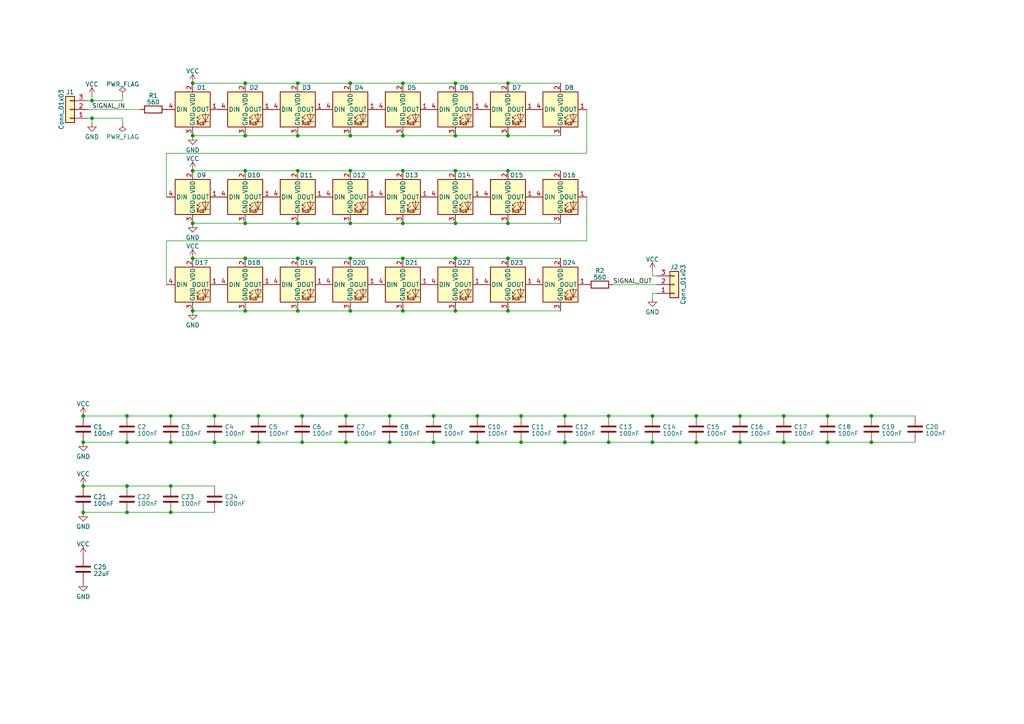
<source format=kicad_sch>
(kicad_sch (version 20230121) (generator eeschema)
  (paper "A4")
  (lib_symbols
    (symbol "Connector_Generic:Conn_01x03" (pin_names (offset 1.016) hide)
      (property "Reference" "J" (at 0 5.08 0))
      (property "Value" "Conn_01x03" (at 0 -5.08 0))
      (symbol "Conn_01x03_1_1"
        (rectangle (start -1.27 -2.413) (end 0 -2.667) (stroke (width 0.1524)))
        (rectangle (start -1.27 0.127) (end 0 -0.127) (stroke (width 0.1524)))
        (rectangle (start -1.27 2.667) (end 0 2.413) (stroke (width 0.1524)))
        (rectangle (start -1.27 3.81) (end 1.27 -3.81) (stroke (width 0.254)) (fill (type background)))
        (pin passive line (at -5.08 2.54 0) (length 3.81) (name "Pin_1") (number "1"))
        (pin passive line (at -5.08 0 0) (length 3.81) (name "Pin_2") (number "2"))
        (pin passive line (at -5.08 -2.54 0) (length 3.81) (name "Pin_3") (number "3"))
      )
    )
    (symbol "Device:C" (pin_numbers hide) (pin_names (offset 0.254))
      (property "Reference" "C" (at 0.635 2.54 0))
      (property "Value" "C" (at 0.635 -2.54 0))
      (symbol "C_0_1"
        (polyline (pts (xy -2.032 -0.762) (xy 2.032 -0.762)) (stroke (width 0.508)))
        (polyline (pts (xy -2.032 0.762) (xy 2.032 0.762)) (stroke (width 0.508)))
      )
      (symbol "C_1_1"
        (pin passive line (at 0 3.81 270) (length 2.794) (name "~") (number "1"))
        (pin passive line (at 0 -3.81 90) (length 2.794) (name "~") (number "2"))
      )
    )
    (symbol "Device:R" (pin_numbers hide) (pin_names (offset 0))
      (property "Reference" "R" (at 2.032 0 90))
      (property "Value" "R" (at 0 0 90))
      (symbol "R_0_1"
        (rectangle (start -1.016 -2.54) (end 1.016 2.54) (stroke (width 0.254)))
      )
      (symbol "R_1_1"
        (pin passive line (at 0 3.81 270) (length 1.27) (name "~") (number "1"))
        (pin passive line (at 0 -3.81 90) (length 1.27) (name "~") (number "2"))
      )
    )
    (symbol "Homebrew:XINGLIGHT-XL-1010RGBC-WS2812B" (pin_names (offset 0.254))
      (property "Reference" "D" (at 5.08 5.715 0))
      (property "Value" "XL-1010RGBC-WS2812B" (at 1.27 -5.715 0))
      (property "LCSC" "C5349953" (at 0 0 0))
      (symbol "XINGLIGHT-XL-1010RGBC-WS2812B_0_0"
        (text "RGB" (at 2.286 -4.191 0) (effects (font (size 0.762 0.762))))
      )
      (symbol "XINGLIGHT-XL-1010RGBC-WS2812B_0_1"
        (polyline (pts (xy 1.27 -3.556) (xy 1.778 -3.556)))
        (polyline (pts (xy 1.27 -2.54) (xy 1.778 -2.54)))
        (polyline (pts (xy 4.699 -3.556) (xy 2.667 -3.556)))
        (polyline (pts (xy 2.286 -2.54) (xy 1.27 -3.556) (xy 1.27 -3.048)))
        (polyline (pts (xy 2.286 -1.524) (xy 1.27 -2.54) (xy 1.27 -2.032)))
        (polyline (pts (xy 3.683 -1.016) (xy 3.683 -3.556) (xy 3.683 -4.064)))
        (polyline (pts (xy 4.699 -1.524) (xy 2.667 -1.524) (xy 3.683 -3.556) (xy 4.699 -1.524)))
        (rectangle (start 5.08 5.08) (end -5.08 -5.08) (stroke (width 0.254)) (fill (type background)))
      )
      (symbol "XINGLIGHT-XL-1010RGBC-WS2812B_1_1"
        (pin output line (at 7.62 0 180) (length 2.54) (name "DOUT") (number "1"))
        (pin power_in line (at 0 7.62 270) (length 2.54) (name "VDD") (number "2"))
        (pin power_in line (at 0 -7.62 90) (length 2.54) (name "GND") (number "3"))
        (pin input line (at -7.62 0 0) (length 2.54) (name "DIN") (number "4"))
      )
    )
    (symbol "power:GND" (power) (pin_names (offset 0))
      (property "Value" "GND" (at 0 -3.81 0))
      (symbol "GND_0_1"
        (polyline (pts (xy 0 0) (xy 0 -1.27) (xy 1.27 -1.27) (xy 0 -2.54) (xy -1.27 -1.27) (xy 0 -1.27)))
      )
      (symbol "GND_1_1"
        (pin power_in line (at 0 0 270) (length 0) hide (name "GND") (number "1"))
      )
    )
    (symbol "power:PWR_FLAG" (power) (pin_numbers hide) (pin_names (offset 0) hide)
      (property "Value" "PWR_FLAG" (at 0 3.81 0))
      (symbol "PWR_FLAG_0_0"
        (pin power_out line (at 0 0 90) (length 0) (name "pwr") (number "1"))
      )
      (symbol "PWR_FLAG_0_1"
        (polyline (pts (xy 0 0) (xy 0 1.27) (xy -1.016 1.905) (xy 0 2.54) (xy 1.016 1.905) (xy 0 1.27)))
      )
    )
    (symbol "power:VCC" (power) (pin_names (offset 0))
      (property "Value" "VCC" (at 0 3.81 0))
      (symbol "VCC_0_1"
        (polyline (pts (xy -0.762 1.27) (xy 0 2.54)))
        (polyline (pts (xy 0 0) (xy 0 2.54)))
        (polyline (pts (xy 0 2.54) (xy 0.762 1.27)))
      )
      (symbol "VCC_1_1"
        (pin power_in line (at 0 0 90) (length 0) hide (name "VCC") (number "1"))
      )
    )
  )
  (junction (at 87.63 128.27))
  (junction (at 201.93 128.27))
  (junction (at 24.13 148.59))
  (junction (at 189.23 128.27))
  (junction (at 86.36 49.53))
  (junction (at 240.03 120.65))
  (junction (at 116.84 24.13))
  (junction (at 163.83 120.65))
  (junction (at 49.53 140.97))
  (junction (at 24.13 140.97))
  (junction (at 36.83 128.27))
  (junction (at 116.84 49.53))
  (junction (at 147.32 39.37))
  (junction (at 49.53 148.59))
  (junction (at 24.13 128.27))
  (junction (at 116.84 39.37))
  (junction (at 101.6 64.77))
  (junction (at 71.12 39.37))
  (junction (at 252.73 120.65))
  (junction (at 138.43 120.65))
  (junction (at 101.6 39.37))
  (junction (at 201.93 120.65))
  (junction (at 214.63 120.65))
  (junction (at 163.83 128.27))
  (junction (at 74.93 120.65))
  (junction (at 86.36 90.17))
  (junction (at 55.88 74.93))
  (junction (at 147.32 90.17))
  (junction (at 24.13 120.65))
  (junction (at 176.53 128.27))
  (junction (at 36.83 120.65))
  (junction (at 74.93 128.27))
  (junction (at 55.88 49.53))
  (junction (at 132.08 49.53))
  (junction (at 151.13 128.27))
  (junction (at 113.03 120.65))
  (junction (at 86.36 64.77))
  (junction (at 151.13 120.65))
  (junction (at 132.08 74.93))
  (junction (at 227.33 120.65))
  (junction (at 87.63 120.65))
  (junction (at 101.6 24.13))
  (junction (at 138.43 128.27))
  (junction (at 26.67 34.29))
  (junction (at 147.32 64.77))
  (junction (at 101.6 90.17))
  (junction (at 100.33 120.65))
  (junction (at 189.23 120.65))
  (junction (at 55.88 64.77))
  (junction (at 71.12 64.77))
  (junction (at 125.73 128.27))
  (junction (at 86.36 39.37))
  (junction (at 132.08 24.13))
  (junction (at 55.88 39.37))
  (junction (at 71.12 74.93))
  (junction (at 116.84 74.93))
  (junction (at 62.23 128.27))
  (junction (at 132.08 90.17))
  (junction (at 49.53 128.27))
  (junction (at 147.32 49.53))
  (junction (at 125.73 120.65))
  (junction (at 101.6 74.93))
  (junction (at 100.33 128.27))
  (junction (at 86.36 24.13))
  (junction (at 176.53 120.65))
  (junction (at 71.12 49.53))
  (junction (at 26.67 29.21))
  (junction (at 55.88 24.13))
  (junction (at 71.12 90.17))
  (junction (at 147.32 74.93))
  (junction (at 132.08 64.77))
  (junction (at 113.03 128.27))
  (junction (at 101.6 49.53))
  (junction (at 36.83 148.59))
  (junction (at 240.03 128.27))
  (junction (at 86.36 74.93))
  (junction (at 49.53 120.65))
  (junction (at 55.88 90.17))
  (junction (at 71.12 24.13))
  (junction (at 252.73 128.27))
  (junction (at 147.32 24.13))
  (junction (at 116.84 64.77))
  (junction (at 132.08 39.37))
  (junction (at 214.63 128.27))
  (junction (at 227.33 128.27))
  (junction (at 36.83 140.97))
  (junction (at 116.84 90.17))
  (junction (at 62.23 120.65))
  (wire (pts (xy 170.18 44.45) (xy 48.26 44.45)))
  (wire (pts (xy 26.67 34.29) (xy 25.4 34.29)))
  (wire (pts (xy 71.12 24.13) (xy 86.36 24.13)))
  (wire (pts (xy 132.08 39.37) (xy 147.32 39.37)))
  (wire (pts (xy 87.63 120.65) (xy 100.33 120.65)))
  (wire (pts (xy 101.6 24.13) (xy 116.84 24.13)))
  (wire (pts (xy 240.03 120.65) (xy 252.73 120.65)))
  (wire (pts (xy 116.84 90.17) (xy 132.08 90.17)))
  (wire (pts (xy 26.67 29.21) (xy 26.67 27.94)))
  (wire (pts (xy 151.13 120.65) (xy 163.83 120.65)))
  (wire (pts (xy 147.32 74.93) (xy 162.56 74.93)))
  (wire (pts (xy 227.33 128.27) (xy 240.03 128.27)))
  (wire (pts (xy 26.67 35.56) (xy 26.67 34.29)))
  (wire (pts (xy 55.88 39.37) (xy 71.12 39.37)))
  (wire (pts (xy 86.36 74.93) (xy 101.6 74.93)))
  (wire (pts (xy 176.53 128.27) (xy 189.23 128.27)))
  (wire (pts (xy 101.6 74.93) (xy 116.84 74.93)))
  (wire (pts (xy 138.43 128.27) (xy 151.13 128.27)))
  (wire (pts (xy 227.33 120.65) (xy 240.03 120.65)))
  (wire (pts (xy 55.88 74.93) (xy 71.12 74.93)))
  (wire (pts (xy 170.18 57.15) (xy 170.18 69.85)))
  (wire (pts (xy 138.43 120.65) (xy 151.13 120.65)))
  (wire (pts (xy 240.03 128.27) (xy 252.73 128.27)))
  (wire (pts (xy 36.83 120.65) (xy 49.53 120.65)))
  (wire (pts (xy 48.26 44.45) (xy 48.26 57.15)))
  (wire (pts (xy 36.83 148.59) (xy 49.53 148.59)))
  (wire (pts (xy 116.84 64.77) (xy 132.08 64.77)))
  (wire (pts (xy 55.88 49.53) (xy 71.12 49.53)))
  (wire (pts (xy 116.84 49.53) (xy 132.08 49.53)))
  (wire (pts (xy 116.84 24.13) (xy 132.08 24.13)))
  (wire (pts (xy 71.12 49.53) (xy 86.36 49.53)))
  (wire (pts (xy 151.13 128.27) (xy 163.83 128.27)))
  (wire (pts (xy 71.12 64.77) (xy 86.36 64.77)))
  (wire (pts (xy 36.83 140.97) (xy 49.53 140.97)))
  (wire (pts (xy 24.13 128.27) (xy 36.83 128.27)))
  (wire (pts (xy 62.23 128.27) (xy 74.93 128.27)))
  (wire (pts (xy 163.83 128.27) (xy 176.53 128.27)))
  (wire (pts (xy 49.53 148.59) (xy 62.23 148.59)))
  (wire (pts (xy 189.23 85.09) (xy 189.23 86.36)))
  (wire (pts (xy 71.12 90.17) (xy 86.36 90.17)))
  (wire (pts (xy 170.18 31.75) (xy 170.18 44.45)))
  (wire (pts (xy 132.08 64.77) (xy 147.32 64.77)))
  (wire (pts (xy 116.84 39.37) (xy 132.08 39.37)))
  (wire (pts (xy 113.03 120.65) (xy 125.73 120.65)))
  (wire (pts (xy 25.4 31.75) (xy 40.64 31.75)))
  (wire (pts (xy 101.6 49.53) (xy 116.84 49.53)))
  (wire (pts (xy 132.08 90.17) (xy 147.32 90.17)))
  (wire (pts (xy 49.53 120.65) (xy 62.23 120.65)))
  (wire (pts (xy 214.63 120.65) (xy 227.33 120.65)))
  (wire (pts (xy 189.23 128.27) (xy 201.93 128.27)))
  (wire (pts (xy 49.53 140.97) (xy 62.23 140.97)))
  (wire (pts (xy 86.36 39.37) (xy 101.6 39.37)))
  (wire (pts (xy 55.88 90.17) (xy 71.12 90.17)))
  (wire (pts (xy 189.23 80.01) (xy 190.5 80.01)))
  (wire (pts (xy 87.63 128.27) (xy 100.33 128.27)))
  (wire (pts (xy 62.23 120.65) (xy 74.93 120.65)))
  (wire (pts (xy 132.08 49.53) (xy 147.32 49.53)))
  (wire (pts (xy 147.32 49.53) (xy 162.56 49.53)))
  (wire (pts (xy 48.26 69.85) (xy 48.26 82.55)))
  (wire (pts (xy 189.23 78.74) (xy 189.23 80.01)))
  (wire (pts (xy 163.83 120.65) (xy 176.53 120.65)))
  (wire (pts (xy 100.33 128.27) (xy 113.03 128.27)))
  (wire (pts (xy 25.4 29.21) (xy 26.67 29.21)))
  (wire (pts (xy 177.8 82.55) (xy 190.5 82.55)))
  (wire (pts (xy 101.6 39.37) (xy 116.84 39.37)))
  (wire (pts (xy 24.13 140.97) (xy 36.83 140.97)))
  (wire (pts (xy 74.93 128.27) (xy 87.63 128.27)))
  (wire (pts (xy 201.93 120.65) (xy 214.63 120.65)))
  (wire (pts (xy 74.93 120.65) (xy 87.63 120.65)))
  (wire (pts (xy 55.88 64.77) (xy 71.12 64.77)))
  (wire (pts (xy 55.88 24.13) (xy 71.12 24.13)))
  (wire (pts (xy 125.73 128.27) (xy 138.43 128.27)))
  (wire (pts (xy 125.73 120.65) (xy 138.43 120.65)))
  (wire (pts (xy 100.33 120.65) (xy 113.03 120.65)))
  (wire (pts (xy 36.83 128.27) (xy 49.53 128.27)))
  (wire (pts (xy 132.08 74.93) (xy 147.32 74.93)))
  (wire (pts (xy 24.13 120.65) (xy 36.83 120.65)))
  (wire (pts (xy 86.36 49.53) (xy 101.6 49.53)))
  (wire (pts (xy 147.32 39.37) (xy 162.56 39.37)))
  (wire (pts (xy 170.18 69.85) (xy 48.26 69.85)))
  (wire (pts (xy 86.36 24.13) (xy 101.6 24.13)))
  (wire (pts (xy 35.56 34.29) (xy 26.67 34.29)))
  (wire (pts (xy 214.63 128.27) (xy 227.33 128.27)))
  (wire (pts (xy 189.23 120.65) (xy 201.93 120.65)))
  (wire (pts (xy 24.13 148.59) (xy 36.83 148.59)))
  (wire (pts (xy 147.32 64.77) (xy 162.56 64.77)))
  (wire (pts (xy 116.84 74.93) (xy 132.08 74.93)))
  (wire (pts (xy 190.5 85.09) (xy 189.23 85.09)))
  (wire (pts (xy 147.32 24.13) (xy 162.56 24.13)))
  (wire (pts (xy 252.73 120.65) (xy 265.43 120.65)))
  (wire (pts (xy 252.73 128.27) (xy 265.43 128.27)))
  (wire (pts (xy 132.08 24.13) (xy 147.32 24.13)))
  (wire (pts (xy 35.56 35.56) (xy 35.56 34.29)))
  (wire (pts (xy 49.53 128.27) (xy 62.23 128.27)))
  (wire (pts (xy 113.03 128.27) (xy 125.73 128.27)))
  (wire (pts (xy 86.36 90.17) (xy 101.6 90.17)))
  (wire (pts (xy 26.67 29.21) (xy 35.56 29.21)))
  (wire (pts (xy 71.12 74.93) (xy 86.36 74.93)))
  (wire (pts (xy 35.56 29.21) (xy 35.56 27.94)))
  (wire (pts (xy 101.6 64.77) (xy 116.84 64.77)))
  (wire (pts (xy 71.12 39.37) (xy 86.36 39.37)))
  (wire (pts (xy 101.6 90.17) (xy 116.84 90.17)))
  (wire (pts (xy 176.53 120.65) (xy 189.23 120.65)))
  (wire (pts (xy 86.36 64.77) (xy 101.6 64.77)))
  (wire (pts (xy 147.32 90.17) (xy 162.56 90.17)))
  (wire (pts (xy 201.93 128.27) (xy 214.63 128.27)))
  (label "SIGNAL_IN" (at 26.67 31.75 0))
  (label "SIGNAL_OUT" (at 177.8 82.55 0))
  (symbol (lib_id "Homebrew:XINGLIGHT-XL-1010RGBC-WS2812B") (at 116.84 82.55 0) (unit 1)
    (property "Reference" "D21" (at 119.38 76.2 0))
    (property "Value" "XL-1010RGBC-WS2812B" (effects hide))
    (property "Footprint" "Homebrew:XINGLIGHT-XL-1010RGBC-WS2812B" (effects hide))
    (property "Datasheet" "https://datasheet.lcsc.com/lcsc/2301111010_XINGLIGHT-XL-1010RGBC-WS2812B_C5349953.pdf" (effects hide))
    (property "LCSC" "C5349953" (effects hide))
  )
  (symbol (lib_id "Device:C") (at 49.53 124.46 0) (unit 1)
    (property "Reference" "C3" (at 52.451 123.8163 0) (effects (justify left)))
    (property "Value" "100nF" (at 52.451 125.7373 0) (effects (justify left)))
    (property "Footprint" "Capacitor_SMD:C_0402_1005Metric" (effects hide))
    (property "LCSC" "C307331" (effects hide))
  )
  (symbol (lib_id "Homebrew:XINGLIGHT-XL-1010RGBC-WS2812B") (at 101.6 31.75 0) (unit 1)
    (property "Reference" "D4" (at 104.14 25.4 0))
    (property "Value" "XL-1010RGBC-WS2812B" (effects hide))
    (property "Footprint" "Homebrew:XINGLIGHT-XL-1010RGBC-WS2812B" (effects hide))
    (property "Datasheet" "https://datasheet.lcsc.com/lcsc/2301111010_XINGLIGHT-XL-1010RGBC-WS2812B_C5349953.pdf" (effects hide))
    (property "LCSC" "C5349953" (effects hide))
  )
  (symbol (lib_id "Device:R") (at 173.99 82.55 90) (unit 1)
    (property "Reference" "R2" (at 173.99 78.5241 90))
    (property "Value" "560" (at 173.99 80.4451 90))
    (property "Footprint" "Resistor_SMD:R_0603_1608Metric_Pad0.98x0.95mm_HandSolder" (effects hide))
    (property "LCSC" "C23204" (effects hide))
  )
  (symbol (lib_id "power:VCC") (at 24.13 120.65 0) (unit 1)
    (property "Reference" "#PWR011" (effects hide))
    (property "Value" "VCC" (at 24.13 117.1481 0))
  )
  (symbol (lib_id "Homebrew:XINGLIGHT-XL-1010RGBC-WS2812B") (at 71.12 57.15 0) (unit 1)
    (property "Reference" "D10" (at 73.66 50.8 0))
    (property "Value" "XL-1010RGBC-WS2812B" (effects hide))
    (property "Footprint" "Homebrew:XINGLIGHT-XL-1010RGBC-WS2812B" (effects hide))
    (property "Datasheet" "https://datasheet.lcsc.com/lcsc/2301111010_XINGLIGHT-XL-1010RGBC-WS2812B_C5349953.pdf" (effects hide))
    (property "LCSC" "C5349953" (effects hide))
  )
  (symbol (lib_id "power:GND") (at 55.88 64.77 0) (unit 1)
    (property "Reference" "#PWR08" (effects hide))
    (property "Value" "GND" (at 55.88 68.9055 0))
  )
  (symbol (lib_id "power:GND") (at 55.88 90.17 0) (unit 1)
    (property "Reference" "#PWR010" (effects hide))
    (property "Value" "GND" (at 55.88 94.3055 0))
  )
  (symbol (lib_id "power:GND") (at 55.88 39.37 0) (unit 1)
    (property "Reference" "#PWR06" (effects hide))
    (property "Value" "GND" (at 55.88 43.5055 0))
  )
  (symbol (lib_id "Homebrew:XINGLIGHT-XL-1010RGBC-WS2812B") (at 132.08 57.15 0) (unit 1)
    (property "Reference" "D14" (at 134.62 50.8 0))
    (property "Value" "XL-1010RGBC-WS2812B" (effects hide))
    (property "Footprint" "Homebrew:XINGLIGHT-XL-1010RGBC-WS2812B" (effects hide))
    (property "Datasheet" "https://datasheet.lcsc.com/lcsc/2301111010_XINGLIGHT-XL-1010RGBC-WS2812B_C5349953.pdf" (effects hide))
    (property "LCSC" "C5349953" (effects hide))
  )
  (symbol (lib_id "Device:C") (at 227.33 124.46 0) (unit 1)
    (property "Reference" "C17" (at 230.251 123.8163 0) (effects (justify left)))
    (property "Value" "100nF" (at 230.251 125.7373 0) (effects (justify left)))
    (property "Footprint" "Capacitor_SMD:C_0402_1005Metric" (effects hide))
    (property "LCSC" "C307331" (effects hide))
  )
  (symbol (lib_id "power:VCC") (at 189.23 78.74 0) (unit 1)
    (property "Reference" "#PWR03" (effects hide))
    (property "Value" "VCC" (at 189.23 75.2381 0))
  )
  (symbol (lib_id "power:GND") (at 24.13 128.27 0) (unit 1)
    (property "Reference" "#PWR012" (effects hide))
    (property "Value" "GND" (at 24.13 132.4055 0))
  )
  (symbol (lib_id "Homebrew:XINGLIGHT-XL-1010RGBC-WS2812B") (at 147.32 57.15 0) (unit 1)
    (property "Reference" "D15" (at 149.86 50.8 0))
    (property "Value" "XL-1010RGBC-WS2812B" (effects hide))
    (property "Footprint" "Homebrew:XINGLIGHT-XL-1010RGBC-WS2812B" (effects hide))
    (property "Datasheet" "https://datasheet.lcsc.com/lcsc/2301111010_XINGLIGHT-XL-1010RGBC-WS2812B_C5349953.pdf" (effects hide))
    (property "LCSC" "C5349953" (effects hide))
  )
  (symbol (lib_id "Device:C") (at 74.93 124.46 0) (unit 1)
    (property "Reference" "C5" (at 77.851 123.8163 0) (effects (justify left)))
    (property "Value" "100nF" (at 77.851 125.7373 0) (effects (justify left)))
    (property "Footprint" "Capacitor_SMD:C_0402_1005Metric" (effects hide))
    (property "LCSC" "C307331" (effects hide))
  )
  (symbol (lib_id "power:PWR_FLAG") (at 35.56 35.56 180) (unit 1)
    (property "Reference" "#FLG02" (effects hide))
    (property "Value" "PWR_FLAG" (at 35.56 39.6955 0))
  )
  (symbol (lib_id "Device:C") (at 138.43 124.46 0) (unit 1)
    (property "Reference" "C10" (at 141.351 123.8163 0) (effects (justify left)))
    (property "Value" "100nF" (at 141.351 125.7373 0) (effects (justify left)))
    (property "Footprint" "Capacitor_SMD:C_0402_1005Metric" (effects hide))
    (property "LCSC" "C307331" (effects hide))
  )
  (symbol (lib_id "Homebrew:XINGLIGHT-XL-1010RGBC-WS2812B") (at 55.88 82.55 0) (unit 1)
    (property "Reference" "D17" (at 58.42 76.2 0))
    (property "Value" "XL-1010RGBC-WS2812B" (effects hide))
    (property "Footprint" "Homebrew:XINGLIGHT-XL-1010RGBC-WS2812B" (effects hide))
    (property "Datasheet" "https://datasheet.lcsc.com/lcsc/2301111010_XINGLIGHT-XL-1010RGBC-WS2812B_C5349953.pdf" (effects hide))
    (property "LCSC" "C5349953" (effects hide))
  )
  (symbol (lib_id "Device:C") (at 24.13 165.1 0) (unit 1)
    (property "Reference" "C25" (at 27.051 164.4563 0) (effects (justify left)))
    (property "Value" "22uF" (at 27.051 166.3773 0) (effects (justify left)))
    (property "Footprint" "Capacitor_SMD:C_0805_2012Metric" (effects hide))
    (property "LCSC" "C45783" (effects hide))
  )
  (symbol (lib_id "power:GND") (at 26.67 35.56 0) (unit 1)
    (property "Reference" "#PWR02" (effects hide))
    (property "Value" "GND" (at 26.67 39.6955 0))
  )
  (symbol (lib_id "Device:C") (at 62.23 144.78 0) (unit 1)
    (property "Reference" "C24" (at 65.151 144.1363 0) (effects (justify left)))
    (property "Value" "100nF" (at 65.151 146.0573 0) (effects (justify left)))
    (property "Footprint" "Capacitor_SMD:C_0402_1005Metric" (effects hide))
    (property "LCSC" "C307331" (effects hide))
  )
  (symbol (lib_id "Device:C") (at 252.73 124.46 0) (unit 1)
    (property "Reference" "C19" (at 255.651 123.8163 0) (effects (justify left)))
    (property "Value" "100nF" (at 255.651 125.7373 0) (effects (justify left)))
    (property "Footprint" "Capacitor_SMD:C_0402_1005Metric" (effects hide))
    (property "LCSC" "C307331" (effects hide))
  )
  (symbol (lib_id "Device:C") (at 189.23 124.46 0) (unit 1)
    (property "Reference" "C14" (at 192.151 123.8163 0) (effects (justify left)))
    (property "Value" "100nF" (at 192.151 125.7373 0) (effects (justify left)))
    (property "Footprint" "Capacitor_SMD:C_0402_1005Metric" (effects hide))
    (property "LCSC" "C307331" (effects hide))
  )
  (symbol (lib_id "power:GND") (at 24.13 148.59 0) (unit 1)
    (property "Reference" "#PWR016" (effects hide))
    (property "Value" "GND" (at 24.13 152.7255 0))
  )
  (symbol (lib_id "power:VCC") (at 24.13 140.97 0) (unit 1)
    (property "Reference" "#PWR015" (effects hide))
    (property "Value" "VCC" (at 24.13 137.4681 0))
  )
  (symbol (lib_id "Homebrew:XINGLIGHT-XL-1010RGBC-WS2812B") (at 162.56 31.75 0) (unit 1)
    (property "Reference" "D8" (at 165.1 25.4 0))
    (property "Value" "XL-1010RGBC-WS2812B" (effects hide))
    (property "Footprint" "Homebrew:XINGLIGHT-XL-1010RGBC-WS2812B" (effects hide))
    (property "Datasheet" "https://datasheet.lcsc.com/lcsc/2301111010_XINGLIGHT-XL-1010RGBC-WS2812B_C5349953.pdf" (effects hide))
    (property "LCSC" "C5349953" (effects hide))
  )
  (symbol (lib_id "Connector_Generic:Conn_01x03") (at 20.32 31.75 180) (unit 1)
    (property "Reference" "J1" (at 20.32 26.67 0))
    (property "Value" "Conn_01x03" (at 17.78 31.75 90))
    (property "Footprint" "Connector_PinHeader_2.54mm:PinHeader_1x03_P2.54mm_Vertical" (effects hide))
  )
  (symbol (lib_id "Device:C") (at 24.13 124.46 0) (unit 1)
    (property "Reference" "C1" (at 27.051 123.8163 0) (effects (justify left)))
    (property "Value" "100nF" (at 27.051 125.7373 0) (effects (justify left)))
    (property "Footprint" "Capacitor_SMD:C_0402_1005Metric" (effects hide))
    (property "LCSC" "C307331" (effects hide))
  )
  (symbol (lib_id "power:VCC") (at 24.13 161.29 0) (unit 1)
    (property "Reference" "#PWR013" (effects hide))
    (property "Value" "VCC" (at 24.13 157.7881 0))
  )
  (symbol (lib_id "power:PWR_FLAG") (at 35.56 27.94 0) (unit 1)
    (property "Reference" "#FLG01" (effects hide))
    (property "Value" "PWR_FLAG" (at 35.56 24.4381 0))
  )
  (symbol (lib_id "Device:C") (at 151.13 124.46 0) (unit 1)
    (property "Reference" "C11" (at 154.051 123.8163 0) (effects (justify left)))
    (property "Value" "100nF" (at 154.051 125.7373 0) (effects (justify left)))
    (property "Footprint" "Capacitor_SMD:C_0402_1005Metric" (effects hide))
    (property "LCSC" "C307331" (effects hide))
  )
  (symbol (lib_id "Homebrew:XINGLIGHT-XL-1010RGBC-WS2812B") (at 101.6 82.55 0) (unit 1)
    (property "Reference" "D20" (at 104.14 76.2 0))
    (property "Value" "XL-1010RGBC-WS2812B" (effects hide))
    (property "Footprint" "Homebrew:XINGLIGHT-XL-1010RGBC-WS2812B" (effects hide))
    (property "Datasheet" "https://datasheet.lcsc.com/lcsc/2301111010_XINGLIGHT-XL-1010RGBC-WS2812B_C5349953.pdf" (effects hide))
    (property "LCSC" "C5349953" (effects hide))
  )
  (symbol (lib_id "Homebrew:XINGLIGHT-XL-1010RGBC-WS2812B") (at 162.56 82.55 0) (unit 1)
    (property "Reference" "D24" (at 165.1 76.2 0))
    (property "Value" "XL-1010RGBC-WS2812B" (effects hide))
    (property "Footprint" "Homebrew:XINGLIGHT-XL-1010RGBC-WS2812B" (effects hide))
    (property "Datasheet" "https://datasheet.lcsc.com/lcsc/2301111010_XINGLIGHT-XL-1010RGBC-WS2812B_C5349953.pdf" (effects hide))
    (property "LCSC" "C5349953" (effects hide))
  )
  (symbol (lib_id "Homebrew:XINGLIGHT-XL-1010RGBC-WS2812B") (at 101.6 57.15 0) (unit 1)
    (property "Reference" "D12" (at 104.14 50.8 0))
    (property "Value" "XL-1010RGBC-WS2812B" (effects hide))
    (property "Footprint" "Homebrew:XINGLIGHT-XL-1010RGBC-WS2812B" (effects hide))
    (property "Datasheet" "https://datasheet.lcsc.com/lcsc/2301111010_XINGLIGHT-XL-1010RGBC-WS2812B_C5349953.pdf" (effects hide))
    (property "LCSC" "C5349953" (effects hide))
  )
  (symbol (lib_id "Device:C") (at 125.73 124.46 0) (unit 1)
    (property "Reference" "C9" (at 128.651 123.8163 0) (effects (justify left)))
    (property "Value" "100nF" (at 128.651 125.7373 0) (effects (justify left)))
    (property "Footprint" "Capacitor_SMD:C_0402_1005Metric" (effects hide))
    (property "LCSC" "C307331" (effects hide))
  )
  (symbol (lib_id "Connector_Generic:Conn_01x03") (at 195.58 82.55 0) (mirror x) (unit 1)
    (property "Reference" "J2" (at 195.58 77.47 0))
    (property "Value" "Conn_01x03" (at 198.12 82.55 90))
    (property "Footprint" "Connector_PinHeader_2.54mm:PinHeader_1x03_P2.54mm_Vertical" (effects hide))
  )
  (symbol (lib_id "Homebrew:XINGLIGHT-XL-1010RGBC-WS2812B") (at 55.88 31.75 0) (unit 1)
    (property "Reference" "D1" (at 58.42 25.4 0))
    (property "Value" "XL-1010RGBC-WS2812B" (effects hide))
    (property "Footprint" "Homebrew:XINGLIGHT-XL-1010RGBC-WS2812B" (effects hide))
    (property "Datasheet" "https://datasheet.lcsc.com/lcsc/2301111010_XINGLIGHT-XL-1010RGBC-WS2812B_C5349953.pdf" (effects hide))
    (property "LCSC" "C5349953" (effects hide))
  )
  (symbol (lib_id "power:GND") (at 189.23 86.36 0) (unit 1)
    (property "Reference" "#PWR04" (effects hide))
    (property "Value" "GND" (at 189.23 90.4955 0))
  )
  (symbol (lib_id "Device:C") (at 163.83 124.46 0) (unit 1)
    (property "Reference" "C12" (at 166.751 123.8163 0) (effects (justify left)))
    (property "Value" "100nF" (at 166.751 125.7373 0) (effects (justify left)))
    (property "Footprint" "Capacitor_SMD:C_0402_1005Metric" (effects hide))
    (property "LCSC" "C307331" (effects hide))
  )
  (symbol (lib_id "Homebrew:XINGLIGHT-XL-1010RGBC-WS2812B") (at 132.08 82.55 0) (unit 1)
    (property "Reference" "D22" (at 134.62 76.2 0))
    (property "Value" "XL-1010RGBC-WS2812B" (effects hide))
    (property "Footprint" "Homebrew:XINGLIGHT-XL-1010RGBC-WS2812B" (effects hide))
    (property "Datasheet" "https://datasheet.lcsc.com/lcsc/2301111010_XINGLIGHT-XL-1010RGBC-WS2812B_C5349953.pdf" (effects hide))
    (property "LCSC" "C5349953" (effects hide))
  )
  (symbol (lib_id "Homebrew:XINGLIGHT-XL-1010RGBC-WS2812B") (at 162.56 57.15 0) (unit 1)
    (property "Reference" "D16" (at 165.1 50.8 0))
    (property "Value" "XL-1010RGBC-WS2812B" (effects hide))
    (property "Footprint" "Homebrew:XINGLIGHT-XL-1010RGBC-WS2812B" (effects hide))
    (property "Datasheet" "https://datasheet.lcsc.com/lcsc/2301111010_XINGLIGHT-XL-1010RGBC-WS2812B_C5349953.pdf" (effects hide))
    (property "LCSC" "C5349953" (effects hide))
  )
  (symbol (lib_id "Device:C") (at 36.83 144.78 0) (unit 1)
    (property "Reference" "C22" (at 39.751 144.1363 0) (effects (justify left)))
    (property "Value" "100nF" (at 39.751 146.0573 0) (effects (justify left)))
    (property "Footprint" "Capacitor_SMD:C_0402_1005Metric" (effects hide))
    (property "LCSC" "C307331" (effects hide))
  )
  (symbol (lib_id "power:VCC") (at 55.88 49.53 0) (unit 1)
    (property "Reference" "#PWR07" (effects hide))
    (property "Value" "VCC" (at 55.88 46.0281 0))
  )
  (symbol (lib_id "Homebrew:XINGLIGHT-XL-1010RGBC-WS2812B") (at 116.84 31.75 0) (unit 1)
    (property "Reference" "D5" (at 119.38 25.4 0))
    (property "Value" "XL-1010RGBC-WS2812B" (effects hide))
    (property "Footprint" "Homebrew:XINGLIGHT-XL-1010RGBC-WS2812B" (effects hide))
    (property "Datasheet" "https://datasheet.lcsc.com/lcsc/2301111010_XINGLIGHT-XL-1010RGBC-WS2812B_C5349953.pdf" (effects hide))
    (property "LCSC" "C5349953" (effects hide))
  )
  (symbol (lib_id "Homebrew:XINGLIGHT-XL-1010RGBC-WS2812B") (at 55.88 57.15 0) (unit 1)
    (property "Reference" "D9" (at 58.42 50.8 0))
    (property "Value" "XL-1010RGBC-WS2812B" (effects hide))
    (property "Footprint" "Homebrew:XINGLIGHT-XL-1010RGBC-WS2812B" (effects hide))
    (property "Datasheet" "https://datasheet.lcsc.com/lcsc/2301111010_XINGLIGHT-XL-1010RGBC-WS2812B_C5349953.pdf" (effects hide))
    (property "LCSC" "C5349953" (effects hide))
  )
  (symbol (lib_id "Device:C") (at 201.93 124.46 0) (unit 1)
    (property "Reference" "C15" (at 204.851 123.8163 0) (effects (justify left)))
    (property "Value" "100nF" (at 204.851 125.7373 0) (effects (justify left)))
    (property "Footprint" "Capacitor_SMD:C_0402_1005Metric" (effects hide))
    (property "LCSC" "C307331" (effects hide))
  )
  (symbol (lib_id "Device:C") (at 87.63 124.46 0) (unit 1)
    (property "Reference" "C6" (at 90.551 123.8163 0) (effects (justify left)))
    (property "Value" "100nF" (at 90.551 125.7373 0) (effects (justify left)))
    (property "Footprint" "Capacitor_SMD:C_0402_1005Metric" (effects hide))
    (property "LCSC" "C307331" (effects hide))
  )
  (symbol (lib_id "Device:C") (at 240.03 124.46 0) (unit 1)
    (property "Reference" "C18" (at 242.951 123.8163 0) (effects (justify left)))
    (property "Value" "100nF" (at 242.951 125.7373 0) (effects (justify left)))
    (property "Footprint" "Capacitor_SMD:C_0402_1005Metric" (effects hide))
    (property "LCSC" "C307331" (effects hide))
  )
  (symbol (lib_id "Homebrew:XINGLIGHT-XL-1010RGBC-WS2812B") (at 147.32 82.55 0) (unit 1)
    (property "Reference" "D23" (at 149.86 76.2 0))
    (property "Value" "XL-1010RGBC-WS2812B" (effects hide))
    (property "Footprint" "Homebrew:XINGLIGHT-XL-1010RGBC-WS2812B" (effects hide))
    (property "Datasheet" "https://datasheet.lcsc.com/lcsc/2301111010_XINGLIGHT-XL-1010RGBC-WS2812B_C5349953.pdf" (effects hide))
    (property "LCSC" "C5349953" (effects hide))
  )
  (symbol (lib_id "Device:C") (at 214.63 124.46 0) (unit 1)
    (property "Reference" "C16" (at 217.551 123.8163 0) (effects (justify left)))
    (property "Value" "100nF" (at 217.551 125.7373 0) (effects (justify left)))
    (property "Footprint" "Capacitor_SMD:C_0402_1005Metric" (effects hide))
    (property "LCSC" "C307331" (effects hide))
  )
  (symbol (lib_id "Device:C") (at 36.83 124.46 0) (unit 1)
    (property "Reference" "C2" (at 39.751 123.8163 0) (effects (justify left)))
    (property "Value" "100nF" (at 39.751 125.7373 0) (effects (justify left)))
    (property "Footprint" "Capacitor_SMD:C_0402_1005Metric" (effects hide))
    (property "LCSC" "C307331" (effects hide))
  )
  (symbol (lib_id "Homebrew:XINGLIGHT-XL-1010RGBC-WS2812B") (at 71.12 31.75 0) (unit 1)
    (property "Reference" "D2" (at 73.66 25.4 0))
    (property "Value" "XL-1010RGBC-WS2812B" (effects hide))
    (property "Footprint" "Homebrew:XINGLIGHT-XL-1010RGBC-WS2812B" (effects hide))
    (property "Datasheet" "https://datasheet.lcsc.com/lcsc/2301111010_XINGLIGHT-XL-1010RGBC-WS2812B_C5349953.pdf" (effects hide))
    (property "LCSC" "C5349953" (effects hide))
  )
  (symbol (lib_id "Homebrew:XINGLIGHT-XL-1010RGBC-WS2812B") (at 86.36 31.75 0) (unit 1)
    (property "Reference" "D3" (at 88.9 25.4 0))
    (property "Value" "XL-1010RGBC-WS2812B" (effects hide))
    (property "Footprint" "Homebrew:XINGLIGHT-XL-1010RGBC-WS2812B" (effects hide))
    (property "Datasheet" "https://datasheet.lcsc.com/lcsc/2301111010_XINGLIGHT-XL-1010RGBC-WS2812B_C5349953.pdf" (effects hide))
    (property "LCSC" "C5349953" (effects hide))
  )
  (symbol (lib_id "power:VCC") (at 55.88 74.93 0) (unit 1)
    (property "Reference" "#PWR09" (effects hide))
    (property "Value" "VCC" (at 55.88 71.4281 0))
  )
  (symbol (lib_id "Homebrew:XINGLIGHT-XL-1010RGBC-WS2812B") (at 71.12 82.55 0) (unit 1)
    (property "Reference" "D18" (at 73.66 76.2 0))
    (property "Value" "XL-1010RGBC-WS2812B" (effects hide))
    (property "Footprint" "Homebrew:XINGLIGHT-XL-1010RGBC-WS2812B" (effects hide))
    (property "Datasheet" "https://datasheet.lcsc.com/lcsc/2301111010_XINGLIGHT-XL-1010RGBC-WS2812B_C5349953.pdf" (effects hide))
    (property "LCSC" "C5349953" (effects hide))
  )
  (symbol (lib_id "Device:C") (at 49.53 144.78 0) (unit 1)
    (property "Reference" "C23" (at 52.451 144.1363 0) (effects (justify left)))
    (property "Value" "100nF" (at 52.451 146.0573 0) (effects (justify left)))
    (property "Footprint" "Capacitor_SMD:C_0402_1005Metric" (effects hide))
    (property "LCSC" "C307331" (effects hide))
  )
  (symbol (lib_id "Device:C") (at 176.53 124.46 0) (unit 1)
    (property "Reference" "C13" (at 179.451 123.8163 0) (effects (justify left)))
    (property "Value" "100nF" (at 179.451 125.7373 0) (effects (justify left)))
    (property "Footprint" "Capacitor_SMD:C_0402_1005Metric" (effects hide))
    (property "LCSC" "C307331" (effects hide))
  )
  (symbol (lib_id "Homebrew:XINGLIGHT-XL-1010RGBC-WS2812B") (at 147.32 31.75 0) (unit 1)
    (property "Reference" "D7" (at 149.86 25.4 0))
    (property "Value" "XL-1010RGBC-WS2812B" (effects hide))
    (property "Footprint" "Homebrew:XINGLIGHT-XL-1010RGBC-WS2812B" (effects hide))
    (property "Datasheet" "https://datasheet.lcsc.com/lcsc/2301111010_XINGLIGHT-XL-1010RGBC-WS2812B_C5349953.pdf" (effects hide))
    (property "LCSC" "C5349953" (effects hide))
  )
  (symbol (lib_id "power:GND") (at 24.13 168.91 0) (unit 1)
    (property "Reference" "#PWR014" (effects hide))
    (property "Value" "GND" (at 24.13 173.0455 0))
  )
  (symbol (lib_id "power:VCC") (at 26.67 27.94 0) (unit 1)
    (property "Reference" "#PWR01" (effects hide))
    (property "Value" "VCC" (at 26.67 24.4381 0))
  )
  (symbol (lib_id "Homebrew:XINGLIGHT-XL-1010RGBC-WS2812B") (at 86.36 57.15 0) (unit 1)
    (property "Reference" "D11" (at 88.9 50.8 0))
    (property "Value" "XL-1010RGBC-WS2812B" (effects hide))
    (property "Footprint" "Homebrew:XINGLIGHT-XL-1010RGBC-WS2812B" (effects hide))
    (property "Datasheet" "https://datasheet.lcsc.com/lcsc/2301111010_XINGLIGHT-XL-1010RGBC-WS2812B_C5349953.pdf" (effects hide))
    (property "LCSC" "C5349953" (effects hide))
  )
  (symbol (lib_id "Device:R") (at 44.45 31.75 90) (unit 1)
    (property "Reference" "R1" (at 44.45 27.7241 90))
    (property "Value" "560" (at 44.45 29.6451 90))
    (property "Footprint" "Resistor_SMD:R_0603_1608Metric_Pad0.98x0.95mm_HandSolder" (effects hide))
    (property "LCSC" "C23204" (effects hide))
  )
  (symbol (lib_id "Device:C") (at 24.13 144.78 0) (unit 1)
    (property "Reference" "C21" (at 27.051 144.1363 0) (effects (justify left)))
    (property "Value" "100nF" (at 27.051 146.0573 0) (effects (justify left)))
    (property "Footprint" "Capacitor_SMD:C_0402_1005Metric" (effects hide))
    (property "LCSC" "C307331" (effects hide))
  )
  (symbol (lib_id "power:VCC") (at 55.88 24.13 0) (unit 1)
    (property "Reference" "#PWR05" (effects hide))
    (property "Value" "VCC" (at 55.88 20.6281 0))
  )
  (symbol (lib_id "Device:C") (at 265.43 124.46 0) (unit 1)
    (property "Reference" "C20" (at 268.351 123.8163 0) (effects (justify left)))
    (property "Value" "100nF" (at 268.351 125.7373 0) (effects (justify left)))
    (property "Footprint" "Capacitor_SMD:C_0402_1005Metric" (effects hide))
    (property "LCSC" "C307331" (effects hide))
  )
  (symbol (lib_id "Homebrew:XINGLIGHT-XL-1010RGBC-WS2812B") (at 132.08 31.75 0) (unit 1)
    (property "Reference" "D6" (at 134.62 25.4 0))
    (property "Value" "XL-1010RGBC-WS2812B" (effects hide))
    (property "Footprint" "Homebrew:XINGLIGHT-XL-1010RGBC-WS2812B" (effects hide))
    (property "Datasheet" "https://datasheet.lcsc.com/lcsc/2301111010_XINGLIGHT-XL-1010RGBC-WS2812B_C5349953.pdf" (effects hide))
    (property "LCSC" "C5349953" (effects hide))
  )
  (symbol (lib_id "Homebrew:XINGLIGHT-XL-1010RGBC-WS2812B") (at 86.36 82.55 0) (unit 1)
    (property "Reference" "D19" (at 88.9 76.2 0))
    (property "Value" "XL-1010RGBC-WS2812B" (effects hide))
    (property "Footprint" "Homebrew:XINGLIGHT-XL-1010RGBC-WS2812B" (effects hide))
    (property "Datasheet" "https://datasheet.lcsc.com/lcsc/2301111010_XINGLIGHT-XL-1010RGBC-WS2812B_C5349953.pdf" (effects hide))
    (property "LCSC" "C5349953" (effects hide))
  )
  (symbol (lib_id "Device:C") (at 113.03 124.46 0) (unit 1)
    (property "Reference" "C8" (at 115.951 123.8163 0) (effects (justify left)))
    (property "Value" "100nF" (at 115.951 125.7373 0) (effects (justify left)))
    (property "Footprint" "Capacitor_SMD:C_0402_1005Metric" (effects hide))
    (property "LCSC" "C307331" (effects hide))
  )
  (symbol (lib_id "Homebrew:XINGLIGHT-XL-1010RGBC-WS2812B") (at 116.84 57.15 0) (unit 1)
    (property "Reference" "D13" (at 119.38 50.8 0))
    (property "Value" "XL-1010RGBC-WS2812B" (effects hide))
    (property "Footprint" "Homebrew:XINGLIGHT-XL-1010RGBC-WS2812B" (effects hide))
    (property "Datasheet" "https://datasheet.lcsc.com/lcsc/2301111010_XINGLIGHT-XL-1010RGBC-WS2812B_C5349953.pdf" (effects hide))
    (property "LCSC" "C5349953" (effects hide))
  )
  (symbol (lib_id "Device:C") (at 62.23 124.46 0) (unit 1)
    (property "Reference" "C4" (at 65.151 123.8163 0) (effects (justify left)))
    (property "Value" "100nF" (at 65.151 125.7373 0) (effects (justify left)))
    (property "Footprint" "Capacitor_SMD:C_0402_1005Metric" (effects hide))
    (property "LCSC" "C307331" (effects hide))
  )
  (symbol (lib_id "Device:C") (at 100.33 124.46 0) (unit 1)
    (property "Reference" "C7" (at 103.251 123.8163 0) (effects (justify left)))
    (property "Value" "100nF" (at 103.251 125.7373 0) (effects (justify left)))
    (property "Footprint" "Capacitor_SMD:C_0402_1005Metric" (effects hide))
    (property "LCSC" "C307331" (effects hide))
  )
)
</source>
